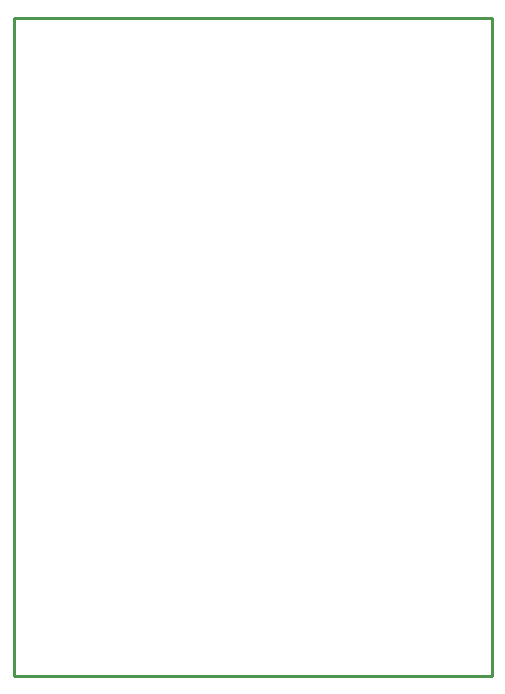
<source format=gm1>
G04*
G04 #@! TF.GenerationSoftware,Altium Limited,Altium Designer,20.1.12 (249)*
G04*
G04 Layer_Color=16711935*
%FSLAX25Y25*%
%MOIN*%
G70*
G04*
G04 #@! TF.SameCoordinates,D38EF606-D903-4ADC-9098-C18FB5F004BE*
G04*
G04*
G04 #@! TF.FilePolarity,Positive*
G04*
G01*
G75*
%ADD11C,0.00984*%
D11*
X0Y0D02*
Y219488D01*
X159449D01*
X159449Y0D01*
X0D02*
X159449D01*
M02*

</source>
